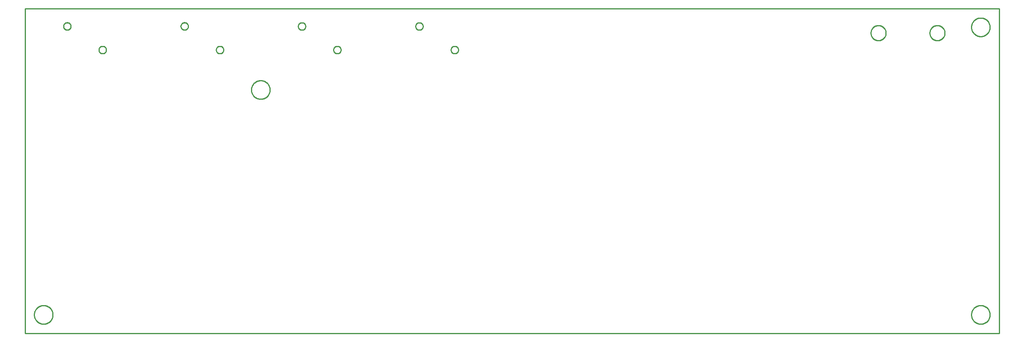
<source format=gbr>
G04 EAGLE Gerber RS-274X export*
G75*
%MOMM*%
%FSLAX34Y34*%
%LPD*%
%IN*%
%IPPOS*%
%AMOC8*
5,1,8,0,0,1.08239X$1,22.5*%
G01*
%ADD10C,0.254000*%


D10*
X0Y0D02*
X2100000Y0D01*
X2100000Y700000D01*
X0Y700000D01*
X0Y0D01*
X2080000Y659396D02*
X2079927Y658189D01*
X2079781Y656989D01*
X2079563Y655800D01*
X2079274Y654627D01*
X2078915Y653473D01*
X2078486Y652343D01*
X2077990Y651241D01*
X2077428Y650170D01*
X2076803Y649136D01*
X2076116Y648141D01*
X2075371Y647190D01*
X2074569Y646285D01*
X2073715Y645431D01*
X2072810Y644629D01*
X2071859Y643884D01*
X2070864Y643197D01*
X2069830Y642572D01*
X2068759Y642010D01*
X2067657Y641514D01*
X2066527Y641085D01*
X2065373Y640726D01*
X2064200Y640437D01*
X2063011Y640219D01*
X2061811Y640073D01*
X2060604Y640000D01*
X2059396Y640000D01*
X2058189Y640073D01*
X2056989Y640219D01*
X2055800Y640437D01*
X2054627Y640726D01*
X2053473Y641085D01*
X2052343Y641514D01*
X2051241Y642010D01*
X2050170Y642572D01*
X2049136Y643197D01*
X2048141Y643884D01*
X2047190Y644629D01*
X2046285Y645431D01*
X2045431Y646285D01*
X2044629Y647190D01*
X2043884Y648141D01*
X2043197Y649136D01*
X2042572Y650170D01*
X2042010Y651241D01*
X2041514Y652343D01*
X2041085Y653473D01*
X2040726Y654627D01*
X2040437Y655800D01*
X2040219Y656989D01*
X2040073Y658189D01*
X2040000Y659396D01*
X2040000Y660604D01*
X2040073Y661811D01*
X2040219Y663011D01*
X2040437Y664200D01*
X2040726Y665373D01*
X2041085Y666527D01*
X2041514Y667657D01*
X2042010Y668759D01*
X2042572Y669830D01*
X2043197Y670864D01*
X2043884Y671859D01*
X2044629Y672810D01*
X2045431Y673715D01*
X2046285Y674569D01*
X2047190Y675371D01*
X2048141Y676116D01*
X2049136Y676803D01*
X2050170Y677428D01*
X2051241Y677990D01*
X2052343Y678486D01*
X2053473Y678915D01*
X2054627Y679274D01*
X2055800Y679563D01*
X2056989Y679781D01*
X2058189Y679927D01*
X2059396Y680000D01*
X2060604Y680000D01*
X2061811Y679927D01*
X2063011Y679781D01*
X2064200Y679563D01*
X2065373Y679274D01*
X2066527Y678915D01*
X2067657Y678486D01*
X2068759Y677990D01*
X2069830Y677428D01*
X2070864Y676803D01*
X2071859Y676116D01*
X2072810Y675371D01*
X2073715Y674569D01*
X2074569Y673715D01*
X2075371Y672810D01*
X2076116Y671859D01*
X2076803Y670864D01*
X2077428Y669830D01*
X2077990Y668759D01*
X2078486Y667657D01*
X2078915Y666527D01*
X2079274Y665373D01*
X2079563Y664200D01*
X2079781Y663011D01*
X2079927Y661811D01*
X2080000Y660604D01*
X2080000Y659396D01*
X528000Y524396D02*
X527927Y523189D01*
X527781Y521989D01*
X527563Y520800D01*
X527274Y519627D01*
X526915Y518473D01*
X526486Y517343D01*
X525990Y516241D01*
X525428Y515170D01*
X524803Y514136D01*
X524116Y513141D01*
X523371Y512190D01*
X522569Y511285D01*
X521715Y510431D01*
X520810Y509629D01*
X519859Y508884D01*
X518864Y508197D01*
X517830Y507572D01*
X516759Y507010D01*
X515657Y506514D01*
X514527Y506085D01*
X513373Y505726D01*
X512200Y505437D01*
X511011Y505219D01*
X509811Y505073D01*
X508604Y505000D01*
X507396Y505000D01*
X506189Y505073D01*
X504989Y505219D01*
X503800Y505437D01*
X502627Y505726D01*
X501473Y506085D01*
X500343Y506514D01*
X499241Y507010D01*
X498170Y507572D01*
X497136Y508197D01*
X496141Y508884D01*
X495190Y509629D01*
X494285Y510431D01*
X493431Y511285D01*
X492629Y512190D01*
X491884Y513141D01*
X491197Y514136D01*
X490572Y515170D01*
X490010Y516241D01*
X489514Y517343D01*
X489085Y518473D01*
X488726Y519627D01*
X488437Y520800D01*
X488219Y521989D01*
X488073Y523189D01*
X488000Y524396D01*
X488000Y525604D01*
X488073Y526811D01*
X488219Y528011D01*
X488437Y529200D01*
X488726Y530373D01*
X489085Y531527D01*
X489514Y532657D01*
X490010Y533759D01*
X490572Y534830D01*
X491197Y535864D01*
X491884Y536859D01*
X492629Y537810D01*
X493431Y538715D01*
X494285Y539569D01*
X495190Y540371D01*
X496141Y541116D01*
X497136Y541803D01*
X498170Y542428D01*
X499241Y542990D01*
X500343Y543486D01*
X501473Y543915D01*
X502627Y544274D01*
X503800Y544563D01*
X504989Y544781D01*
X506189Y544927D01*
X507396Y545000D01*
X508604Y545000D01*
X509811Y544927D01*
X511011Y544781D01*
X512200Y544563D01*
X513373Y544274D01*
X514527Y543915D01*
X515657Y543486D01*
X516759Y542990D01*
X517830Y542428D01*
X518864Y541803D01*
X519859Y541116D01*
X520810Y540371D01*
X521715Y539569D01*
X522569Y538715D01*
X523371Y537810D01*
X524116Y536859D01*
X524803Y535864D01*
X525428Y534830D01*
X525990Y533759D01*
X526486Y532657D01*
X526915Y531527D01*
X527274Y530373D01*
X527563Y529200D01*
X527781Y528011D01*
X527927Y526811D01*
X528000Y525604D01*
X528000Y524396D01*
X60000Y39396D02*
X59927Y38189D01*
X59781Y36989D01*
X59563Y35800D01*
X59274Y34627D01*
X58915Y33473D01*
X58486Y32343D01*
X57990Y31241D01*
X57428Y30170D01*
X56803Y29136D01*
X56116Y28141D01*
X55371Y27190D01*
X54569Y26285D01*
X53715Y25431D01*
X52810Y24629D01*
X51859Y23884D01*
X50864Y23197D01*
X49830Y22572D01*
X48759Y22010D01*
X47657Y21514D01*
X46527Y21085D01*
X45373Y20726D01*
X44200Y20437D01*
X43011Y20219D01*
X41811Y20073D01*
X40604Y20000D01*
X39396Y20000D01*
X38189Y20073D01*
X36989Y20219D01*
X35800Y20437D01*
X34627Y20726D01*
X33473Y21085D01*
X32343Y21514D01*
X31241Y22010D01*
X30170Y22572D01*
X29136Y23197D01*
X28141Y23884D01*
X27190Y24629D01*
X26285Y25431D01*
X25431Y26285D01*
X24629Y27190D01*
X23884Y28141D01*
X23197Y29136D01*
X22572Y30170D01*
X22010Y31241D01*
X21514Y32343D01*
X21085Y33473D01*
X20726Y34627D01*
X20437Y35800D01*
X20219Y36989D01*
X20073Y38189D01*
X20000Y39396D01*
X20000Y40604D01*
X20073Y41811D01*
X20219Y43011D01*
X20437Y44200D01*
X20726Y45373D01*
X21085Y46527D01*
X21514Y47657D01*
X22010Y48759D01*
X22572Y49830D01*
X23197Y50864D01*
X23884Y51859D01*
X24629Y52810D01*
X25431Y53715D01*
X26285Y54569D01*
X27190Y55371D01*
X28141Y56116D01*
X29136Y56803D01*
X30170Y57428D01*
X31241Y57990D01*
X32343Y58486D01*
X33473Y58915D01*
X34627Y59274D01*
X35800Y59563D01*
X36989Y59781D01*
X38189Y59927D01*
X39396Y60000D01*
X40604Y60000D01*
X41811Y59927D01*
X43011Y59781D01*
X44200Y59563D01*
X45373Y59274D01*
X46527Y58915D01*
X47657Y58486D01*
X48759Y57990D01*
X49830Y57428D01*
X50864Y56803D01*
X51859Y56116D01*
X52810Y55371D01*
X53715Y54569D01*
X54569Y53715D01*
X55371Y52810D01*
X56116Y51859D01*
X56803Y50864D01*
X57428Y49830D01*
X57990Y48759D01*
X58486Y47657D01*
X58915Y46527D01*
X59274Y45373D01*
X59563Y44200D01*
X59781Y43011D01*
X59927Y41811D01*
X60000Y40604D01*
X60000Y39396D01*
X2080000Y39396D02*
X2079927Y38189D01*
X2079781Y36989D01*
X2079563Y35800D01*
X2079274Y34627D01*
X2078915Y33473D01*
X2078486Y32343D01*
X2077990Y31241D01*
X2077428Y30170D01*
X2076803Y29136D01*
X2076116Y28141D01*
X2075371Y27190D01*
X2074569Y26285D01*
X2073715Y25431D01*
X2072810Y24629D01*
X2071859Y23884D01*
X2070864Y23197D01*
X2069830Y22572D01*
X2068759Y22010D01*
X2067657Y21514D01*
X2066527Y21085D01*
X2065373Y20726D01*
X2064200Y20437D01*
X2063011Y20219D01*
X2061811Y20073D01*
X2060604Y20000D01*
X2059396Y20000D01*
X2058189Y20073D01*
X2056989Y20219D01*
X2055800Y20437D01*
X2054627Y20726D01*
X2053473Y21085D01*
X2052343Y21514D01*
X2051241Y22010D01*
X2050170Y22572D01*
X2049136Y23197D01*
X2048141Y23884D01*
X2047190Y24629D01*
X2046285Y25431D01*
X2045431Y26285D01*
X2044629Y27190D01*
X2043884Y28141D01*
X2043197Y29136D01*
X2042572Y30170D01*
X2042010Y31241D01*
X2041514Y32343D01*
X2041085Y33473D01*
X2040726Y34627D01*
X2040437Y35800D01*
X2040219Y36989D01*
X2040073Y38189D01*
X2040000Y39396D01*
X2040000Y40604D01*
X2040073Y41811D01*
X2040219Y43011D01*
X2040437Y44200D01*
X2040726Y45373D01*
X2041085Y46527D01*
X2041514Y47657D01*
X2042010Y48759D01*
X2042572Y49830D01*
X2043197Y50864D01*
X2043884Y51859D01*
X2044629Y52810D01*
X2045431Y53715D01*
X2046285Y54569D01*
X2047190Y55371D01*
X2048141Y56116D01*
X2049136Y56803D01*
X2050170Y57428D01*
X2051241Y57990D01*
X2052343Y58486D01*
X2053473Y58915D01*
X2054627Y59274D01*
X2055800Y59563D01*
X2056989Y59781D01*
X2058189Y59927D01*
X2059396Y60000D01*
X2060604Y60000D01*
X2061811Y59927D01*
X2063011Y59781D01*
X2064200Y59563D01*
X2065373Y59274D01*
X2066527Y58915D01*
X2067657Y58486D01*
X2068759Y57990D01*
X2069830Y57428D01*
X2070864Y56803D01*
X2071859Y56116D01*
X2072810Y55371D01*
X2073715Y54569D01*
X2074569Y53715D01*
X2075371Y52810D01*
X2076116Y51859D01*
X2076803Y50864D01*
X2077428Y49830D01*
X2077990Y48759D01*
X2078486Y47657D01*
X2078915Y46527D01*
X2079274Y45373D01*
X2079563Y44200D01*
X2079781Y43011D01*
X2079927Y41811D01*
X2080000Y40604D01*
X2080000Y39396D01*
X604900Y661507D02*
X604823Y660725D01*
X604670Y659954D01*
X604441Y659202D01*
X604141Y658475D01*
X603770Y657782D01*
X603333Y657129D01*
X602835Y656521D01*
X602279Y655965D01*
X601671Y655467D01*
X601018Y655030D01*
X600325Y654659D01*
X599598Y654359D01*
X598846Y654130D01*
X598075Y653977D01*
X597293Y653900D01*
X596507Y653900D01*
X595725Y653977D01*
X594954Y654130D01*
X594202Y654359D01*
X593475Y654659D01*
X592782Y655030D01*
X592129Y655467D01*
X591521Y655965D01*
X590965Y656521D01*
X590467Y657129D01*
X590030Y657782D01*
X589659Y658475D01*
X589359Y659202D01*
X589130Y659954D01*
X588977Y660725D01*
X588900Y661507D01*
X588900Y662293D01*
X588977Y663075D01*
X589130Y663846D01*
X589359Y664598D01*
X589659Y665325D01*
X590030Y666018D01*
X590467Y666671D01*
X590965Y667279D01*
X591521Y667835D01*
X592129Y668333D01*
X592782Y668770D01*
X593475Y669141D01*
X594202Y669441D01*
X594954Y669670D01*
X595725Y669823D01*
X596507Y669900D01*
X597293Y669900D01*
X598075Y669823D01*
X598846Y669670D01*
X599598Y669441D01*
X600325Y669141D01*
X601018Y668770D01*
X601671Y668333D01*
X602279Y667835D01*
X602835Y667279D01*
X603333Y666671D01*
X603770Y666018D01*
X604141Y665325D01*
X604441Y664598D01*
X604670Y663846D01*
X604823Y663075D01*
X604900Y662293D01*
X604900Y661507D01*
X681100Y610707D02*
X681023Y609925D01*
X680870Y609154D01*
X680641Y608402D01*
X680341Y607675D01*
X679970Y606982D01*
X679533Y606329D01*
X679035Y605721D01*
X678479Y605165D01*
X677871Y604667D01*
X677218Y604230D01*
X676525Y603859D01*
X675798Y603559D01*
X675046Y603330D01*
X674275Y603177D01*
X673493Y603100D01*
X672707Y603100D01*
X671925Y603177D01*
X671154Y603330D01*
X670402Y603559D01*
X669675Y603859D01*
X668982Y604230D01*
X668329Y604667D01*
X667721Y605165D01*
X667165Y605721D01*
X666667Y606329D01*
X666230Y606982D01*
X665859Y607675D01*
X665559Y608402D01*
X665330Y609154D01*
X665177Y609925D01*
X665100Y610707D01*
X665100Y611493D01*
X665177Y612275D01*
X665330Y613046D01*
X665559Y613798D01*
X665859Y614525D01*
X666230Y615218D01*
X666667Y615871D01*
X667165Y616479D01*
X667721Y617035D01*
X668329Y617533D01*
X668982Y617970D01*
X669675Y618341D01*
X670402Y618641D01*
X671154Y618870D01*
X671925Y619023D01*
X672707Y619100D01*
X673493Y619100D01*
X674275Y619023D01*
X675046Y618870D01*
X675798Y618641D01*
X676525Y618341D01*
X677218Y617970D01*
X677871Y617533D01*
X678479Y617035D01*
X679035Y616479D01*
X679533Y615871D01*
X679970Y615218D01*
X680341Y614525D01*
X680641Y613798D01*
X680870Y613046D01*
X681023Y612275D01*
X681100Y611493D01*
X681100Y610707D01*
X98900Y661607D02*
X98823Y660825D01*
X98670Y660054D01*
X98441Y659302D01*
X98141Y658575D01*
X97770Y657882D01*
X97333Y657229D01*
X96835Y656621D01*
X96279Y656065D01*
X95671Y655567D01*
X95018Y655130D01*
X94325Y654759D01*
X93598Y654459D01*
X92846Y654230D01*
X92075Y654077D01*
X91293Y654000D01*
X90507Y654000D01*
X89725Y654077D01*
X88954Y654230D01*
X88202Y654459D01*
X87475Y654759D01*
X86782Y655130D01*
X86129Y655567D01*
X85521Y656065D01*
X84965Y656621D01*
X84467Y657229D01*
X84030Y657882D01*
X83659Y658575D01*
X83359Y659302D01*
X83130Y660054D01*
X82977Y660825D01*
X82900Y661607D01*
X82900Y662393D01*
X82977Y663175D01*
X83130Y663946D01*
X83359Y664698D01*
X83659Y665425D01*
X84030Y666118D01*
X84467Y666771D01*
X84965Y667379D01*
X85521Y667935D01*
X86129Y668433D01*
X86782Y668870D01*
X87475Y669241D01*
X88202Y669541D01*
X88954Y669770D01*
X89725Y669923D01*
X90507Y670000D01*
X91293Y670000D01*
X92075Y669923D01*
X92846Y669770D01*
X93598Y669541D01*
X94325Y669241D01*
X95018Y668870D01*
X95671Y668433D01*
X96279Y667935D01*
X96835Y667379D01*
X97333Y666771D01*
X97770Y666118D01*
X98141Y665425D01*
X98441Y664698D01*
X98670Y663946D01*
X98823Y663175D01*
X98900Y662393D01*
X98900Y661607D01*
X175100Y610707D02*
X175023Y609925D01*
X174870Y609154D01*
X174641Y608402D01*
X174341Y607675D01*
X173970Y606982D01*
X173533Y606329D01*
X173035Y605721D01*
X172479Y605165D01*
X171871Y604667D01*
X171218Y604230D01*
X170525Y603859D01*
X169798Y603559D01*
X169046Y603330D01*
X168275Y603177D01*
X167493Y603100D01*
X166707Y603100D01*
X165925Y603177D01*
X165154Y603330D01*
X164402Y603559D01*
X163675Y603859D01*
X162982Y604230D01*
X162329Y604667D01*
X161721Y605165D01*
X161165Y605721D01*
X160667Y606329D01*
X160230Y606982D01*
X159859Y607675D01*
X159559Y608402D01*
X159330Y609154D01*
X159177Y609925D01*
X159100Y610707D01*
X159100Y611493D01*
X159177Y612275D01*
X159330Y613046D01*
X159559Y613798D01*
X159859Y614525D01*
X160230Y615218D01*
X160667Y615871D01*
X161165Y616479D01*
X161721Y617035D01*
X162329Y617533D01*
X162982Y617970D01*
X163675Y618341D01*
X164402Y618641D01*
X165154Y618870D01*
X165925Y619023D01*
X166707Y619100D01*
X167493Y619100D01*
X168275Y619023D01*
X169046Y618870D01*
X169798Y618641D01*
X170525Y618341D01*
X171218Y617970D01*
X171871Y617533D01*
X172479Y617035D01*
X173035Y616479D01*
X173533Y615871D01*
X173970Y615218D01*
X174341Y614525D01*
X174641Y613798D01*
X174870Y613046D01*
X175023Y612275D01*
X175100Y611493D01*
X175100Y610707D01*
X857900Y661507D02*
X857823Y660725D01*
X857670Y659954D01*
X857441Y659202D01*
X857141Y658475D01*
X856770Y657782D01*
X856333Y657129D01*
X855835Y656521D01*
X855279Y655965D01*
X854671Y655467D01*
X854018Y655030D01*
X853325Y654659D01*
X852598Y654359D01*
X851846Y654130D01*
X851075Y653977D01*
X850293Y653900D01*
X849507Y653900D01*
X848725Y653977D01*
X847954Y654130D01*
X847202Y654359D01*
X846475Y654659D01*
X845782Y655030D01*
X845129Y655467D01*
X844521Y655965D01*
X843965Y656521D01*
X843467Y657129D01*
X843030Y657782D01*
X842659Y658475D01*
X842359Y659202D01*
X842130Y659954D01*
X841977Y660725D01*
X841900Y661507D01*
X841900Y662293D01*
X841977Y663075D01*
X842130Y663846D01*
X842359Y664598D01*
X842659Y665325D01*
X843030Y666018D01*
X843467Y666671D01*
X843965Y667279D01*
X844521Y667835D01*
X845129Y668333D01*
X845782Y668770D01*
X846475Y669141D01*
X847202Y669441D01*
X847954Y669670D01*
X848725Y669823D01*
X849507Y669900D01*
X850293Y669900D01*
X851075Y669823D01*
X851846Y669670D01*
X852598Y669441D01*
X853325Y669141D01*
X854018Y668770D01*
X854671Y668333D01*
X855279Y667835D01*
X855835Y667279D01*
X856333Y666671D01*
X856770Y666018D01*
X857141Y665325D01*
X857441Y664598D01*
X857670Y663846D01*
X857823Y663075D01*
X857900Y662293D01*
X857900Y661507D01*
X934100Y610707D02*
X934023Y609925D01*
X933870Y609154D01*
X933641Y608402D01*
X933341Y607675D01*
X932970Y606982D01*
X932533Y606329D01*
X932035Y605721D01*
X931479Y605165D01*
X930871Y604667D01*
X930218Y604230D01*
X929525Y603859D01*
X928798Y603559D01*
X928046Y603330D01*
X927275Y603177D01*
X926493Y603100D01*
X925707Y603100D01*
X924925Y603177D01*
X924154Y603330D01*
X923402Y603559D01*
X922675Y603859D01*
X921982Y604230D01*
X921329Y604667D01*
X920721Y605165D01*
X920165Y605721D01*
X919667Y606329D01*
X919230Y606982D01*
X918859Y607675D01*
X918559Y608402D01*
X918330Y609154D01*
X918177Y609925D01*
X918100Y610707D01*
X918100Y611493D01*
X918177Y612275D01*
X918330Y613046D01*
X918559Y613798D01*
X918859Y614525D01*
X919230Y615218D01*
X919667Y615871D01*
X920165Y616479D01*
X920721Y617035D01*
X921329Y617533D01*
X921982Y617970D01*
X922675Y618341D01*
X923402Y618641D01*
X924154Y618870D01*
X924925Y619023D01*
X925707Y619100D01*
X926493Y619100D01*
X927275Y619023D01*
X928046Y618870D01*
X928798Y618641D01*
X929525Y618341D01*
X930218Y617970D01*
X930871Y617533D01*
X931479Y617035D01*
X932035Y616479D01*
X932533Y615871D01*
X932970Y615218D01*
X933341Y614525D01*
X933641Y613798D01*
X933870Y613046D01*
X934023Y612275D01*
X934100Y611493D01*
X934100Y610707D01*
X351900Y661607D02*
X351823Y660825D01*
X351670Y660054D01*
X351441Y659302D01*
X351141Y658575D01*
X350770Y657882D01*
X350333Y657229D01*
X349835Y656621D01*
X349279Y656065D01*
X348671Y655567D01*
X348018Y655130D01*
X347325Y654759D01*
X346598Y654459D01*
X345846Y654230D01*
X345075Y654077D01*
X344293Y654000D01*
X343507Y654000D01*
X342725Y654077D01*
X341954Y654230D01*
X341202Y654459D01*
X340475Y654759D01*
X339782Y655130D01*
X339129Y655567D01*
X338521Y656065D01*
X337965Y656621D01*
X337467Y657229D01*
X337030Y657882D01*
X336659Y658575D01*
X336359Y659302D01*
X336130Y660054D01*
X335977Y660825D01*
X335900Y661607D01*
X335900Y662393D01*
X335977Y663175D01*
X336130Y663946D01*
X336359Y664698D01*
X336659Y665425D01*
X337030Y666118D01*
X337467Y666771D01*
X337965Y667379D01*
X338521Y667935D01*
X339129Y668433D01*
X339782Y668870D01*
X340475Y669241D01*
X341202Y669541D01*
X341954Y669770D01*
X342725Y669923D01*
X343507Y670000D01*
X344293Y670000D01*
X345075Y669923D01*
X345846Y669770D01*
X346598Y669541D01*
X347325Y669241D01*
X348018Y668870D01*
X348671Y668433D01*
X349279Y667935D01*
X349835Y667379D01*
X350333Y666771D01*
X350770Y666118D01*
X351141Y665425D01*
X351441Y664698D01*
X351670Y663946D01*
X351823Y663175D01*
X351900Y662393D01*
X351900Y661607D01*
X428100Y610707D02*
X428023Y609925D01*
X427870Y609154D01*
X427641Y608402D01*
X427341Y607675D01*
X426970Y606982D01*
X426533Y606329D01*
X426035Y605721D01*
X425479Y605165D01*
X424871Y604667D01*
X424218Y604230D01*
X423525Y603859D01*
X422798Y603559D01*
X422046Y603330D01*
X421275Y603177D01*
X420493Y603100D01*
X419707Y603100D01*
X418925Y603177D01*
X418154Y603330D01*
X417402Y603559D01*
X416675Y603859D01*
X415982Y604230D01*
X415329Y604667D01*
X414721Y605165D01*
X414165Y605721D01*
X413667Y606329D01*
X413230Y606982D01*
X412859Y607675D01*
X412559Y608402D01*
X412330Y609154D01*
X412177Y609925D01*
X412100Y610707D01*
X412100Y611493D01*
X412177Y612275D01*
X412330Y613046D01*
X412559Y613798D01*
X412859Y614525D01*
X413230Y615218D01*
X413667Y615871D01*
X414165Y616479D01*
X414721Y617035D01*
X415329Y617533D01*
X415982Y617970D01*
X416675Y618341D01*
X417402Y618641D01*
X418154Y618870D01*
X418925Y619023D01*
X419707Y619100D01*
X420493Y619100D01*
X421275Y619023D01*
X422046Y618870D01*
X422798Y618641D01*
X423525Y618341D01*
X424218Y617970D01*
X424871Y617533D01*
X425479Y617035D01*
X426035Y616479D01*
X426533Y615871D01*
X426970Y615218D01*
X427341Y614525D01*
X427641Y613798D01*
X427870Y613046D01*
X428023Y612275D01*
X428100Y611493D01*
X428100Y610707D01*
X1950250Y648032D02*
X1950320Y649094D01*
X1950458Y650148D01*
X1950666Y651192D01*
X1950941Y652220D01*
X1951283Y653227D01*
X1951691Y654210D01*
X1952161Y655164D01*
X1952693Y656086D01*
X1953284Y656970D01*
X1953932Y657814D01*
X1954633Y658614D01*
X1955386Y659367D01*
X1956186Y660068D01*
X1957030Y660716D01*
X1957914Y661307D01*
X1958836Y661839D01*
X1959790Y662309D01*
X1960773Y662717D01*
X1961780Y663059D01*
X1962808Y663334D01*
X1963852Y663542D01*
X1964906Y663680D01*
X1965968Y663750D01*
X1967032Y663750D01*
X1968094Y663680D01*
X1969148Y663542D01*
X1970192Y663334D01*
X1971220Y663059D01*
X1972227Y662717D01*
X1973210Y662309D01*
X1974164Y661839D01*
X1975086Y661307D01*
X1975970Y660716D01*
X1976814Y660068D01*
X1977614Y659367D01*
X1978367Y658614D01*
X1979068Y657814D01*
X1979716Y656970D01*
X1980307Y656086D01*
X1980839Y655164D01*
X1981309Y654210D01*
X1981717Y653227D01*
X1982059Y652220D01*
X1982334Y651192D01*
X1982542Y650148D01*
X1982680Y649094D01*
X1982750Y648032D01*
X1982750Y646968D01*
X1982680Y645906D01*
X1982542Y644852D01*
X1982334Y643808D01*
X1982059Y642780D01*
X1981717Y641773D01*
X1981309Y640790D01*
X1980839Y639836D01*
X1980307Y638914D01*
X1979716Y638030D01*
X1979068Y637186D01*
X1978367Y636386D01*
X1977614Y635633D01*
X1976814Y634932D01*
X1975970Y634284D01*
X1975086Y633693D01*
X1974164Y633161D01*
X1973210Y632691D01*
X1972227Y632283D01*
X1971220Y631941D01*
X1970192Y631666D01*
X1969148Y631458D01*
X1968094Y631320D01*
X1967032Y631250D01*
X1965968Y631250D01*
X1964906Y631320D01*
X1963852Y631458D01*
X1962808Y631666D01*
X1961780Y631941D01*
X1960773Y632283D01*
X1959790Y632691D01*
X1958836Y633161D01*
X1957914Y633693D01*
X1957030Y634284D01*
X1956186Y634932D01*
X1955386Y635633D01*
X1954633Y636386D01*
X1953932Y637186D01*
X1953284Y638030D01*
X1952693Y638914D01*
X1952161Y639836D01*
X1951691Y640790D01*
X1951283Y641773D01*
X1950941Y642780D01*
X1950666Y643808D01*
X1950458Y644852D01*
X1950320Y645906D01*
X1950250Y646968D01*
X1950250Y648032D01*
X1823250Y648032D02*
X1823320Y649094D01*
X1823458Y650148D01*
X1823666Y651192D01*
X1823941Y652220D01*
X1824283Y653227D01*
X1824691Y654210D01*
X1825161Y655164D01*
X1825693Y656086D01*
X1826284Y656970D01*
X1826932Y657814D01*
X1827633Y658614D01*
X1828386Y659367D01*
X1829186Y660068D01*
X1830030Y660716D01*
X1830914Y661307D01*
X1831836Y661839D01*
X1832790Y662309D01*
X1833773Y662717D01*
X1834780Y663059D01*
X1835808Y663334D01*
X1836852Y663542D01*
X1837906Y663680D01*
X1838968Y663750D01*
X1840032Y663750D01*
X1841094Y663680D01*
X1842148Y663542D01*
X1843192Y663334D01*
X1844220Y663059D01*
X1845227Y662717D01*
X1846210Y662309D01*
X1847164Y661839D01*
X1848086Y661307D01*
X1848970Y660716D01*
X1849814Y660068D01*
X1850614Y659367D01*
X1851367Y658614D01*
X1852068Y657814D01*
X1852716Y656970D01*
X1853307Y656086D01*
X1853839Y655164D01*
X1854309Y654210D01*
X1854717Y653227D01*
X1855059Y652220D01*
X1855334Y651192D01*
X1855542Y650148D01*
X1855680Y649094D01*
X1855750Y648032D01*
X1855750Y646968D01*
X1855680Y645906D01*
X1855542Y644852D01*
X1855334Y643808D01*
X1855059Y642780D01*
X1854717Y641773D01*
X1854309Y640790D01*
X1853839Y639836D01*
X1853307Y638914D01*
X1852716Y638030D01*
X1852068Y637186D01*
X1851367Y636386D01*
X1850614Y635633D01*
X1849814Y634932D01*
X1848970Y634284D01*
X1848086Y633693D01*
X1847164Y633161D01*
X1846210Y632691D01*
X1845227Y632283D01*
X1844220Y631941D01*
X1843192Y631666D01*
X1842148Y631458D01*
X1841094Y631320D01*
X1840032Y631250D01*
X1838968Y631250D01*
X1837906Y631320D01*
X1836852Y631458D01*
X1835808Y631666D01*
X1834780Y631941D01*
X1833773Y632283D01*
X1832790Y632691D01*
X1831836Y633161D01*
X1830914Y633693D01*
X1830030Y634284D01*
X1829186Y634932D01*
X1828386Y635633D01*
X1827633Y636386D01*
X1826932Y637186D01*
X1826284Y638030D01*
X1825693Y638914D01*
X1825161Y639836D01*
X1824691Y640790D01*
X1824283Y641773D01*
X1823941Y642780D01*
X1823666Y643808D01*
X1823458Y644852D01*
X1823320Y645906D01*
X1823250Y646968D01*
X1823250Y648032D01*
M02*

</source>
